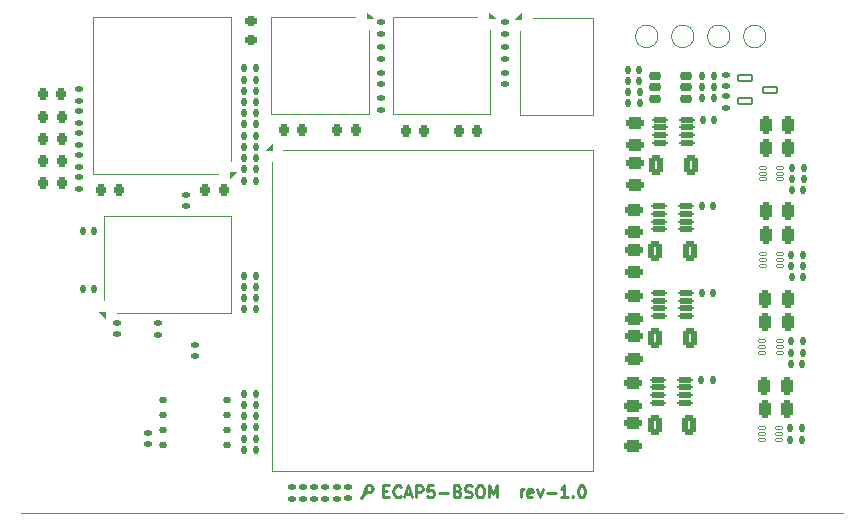
<source format=gto>
G04 #@! TF.GenerationSoftware,KiCad,Pcbnew,9.0.0*
G04 #@! TF.CreationDate,2025-10-22T11:33:07+02:00*
G04 #@! TF.ProjectId,ecap5-bsom-frame,65636170-352d-4627-936f-6d2d6672616d,rev?*
G04 #@! TF.SameCoordinates,Original*
G04 #@! TF.FileFunction,Legend,Top*
G04 #@! TF.FilePolarity,Positive*
%FSLAX46Y46*%
G04 Gerber Fmt 4.6, Leading zero omitted, Abs format (unit mm)*
G04 Created by KiCad (PCBNEW 9.0.0) date 2025-10-22 11:33:07*
%MOMM*%
%LPD*%
G01*
G04 APERTURE LIST*
G04 Aperture macros list*
%AMRoundRect*
0 Rectangle with rounded corners*
0 $1 Rounding radius*
0 $2 $3 $4 $5 $6 $7 $8 $9 X,Y pos of 4 corners*
0 Add a 4 corners polygon primitive as box body*
4,1,4,$2,$3,$4,$5,$6,$7,$8,$9,$2,$3,0*
0 Add four circle primitives for the rounded corners*
1,1,$1+$1,$2,$3*
1,1,$1+$1,$4,$5*
1,1,$1+$1,$6,$7*
1,1,$1+$1,$8,$9*
0 Add four rect primitives between the rounded corners*
20,1,$1+$1,$2,$3,$4,$5,0*
20,1,$1+$1,$4,$5,$6,$7,0*
20,1,$1+$1,$6,$7,$8,$9,0*
20,1,$1+$1,$8,$9,$2,$3,0*%
G04 Aperture macros list end*
%ADD10C,0.250000*%
%ADD11C,0.105000*%
%ADD12C,0.120000*%
%ADD13C,0.264088*%
%ADD14C,0.000000*%
%ADD15C,1.800000*%
%ADD16R,0.350000X2.250000*%
%ADD17C,0.600000*%
%ADD18RoundRect,0.150000X-0.400000X-0.150000X0.400000X-0.150000X0.400000X0.150000X-0.400000X0.150000X0*%
%ADD19RoundRect,0.135000X0.185000X-0.135000X0.185000X0.135000X-0.185000X0.135000X-0.185000X-0.135000X0*%
%ADD20RoundRect,0.140000X-0.140000X-0.170000X0.140000X-0.170000X0.140000X0.170000X-0.140000X0.170000X0*%
%ADD21C,1.500000*%
%ADD22RoundRect,0.140000X0.140000X0.170000X-0.140000X0.170000X-0.140000X-0.170000X0.140000X-0.170000X0*%
%ADD23RoundRect,0.140000X-0.170000X0.140000X-0.170000X-0.140000X0.170000X-0.140000X0.170000X0.140000X0*%
%ADD24RoundRect,0.250000X0.312500X0.625000X-0.312500X0.625000X-0.312500X-0.625000X0.312500X-0.625000X0*%
%ADD25RoundRect,0.250000X-0.250000X-0.475000X0.250000X-0.475000X0.250000X0.475000X-0.250000X0.475000X0*%
%ADD26C,2.600000*%
%ADD27C,3.800000*%
%ADD28RoundRect,0.125000X0.537500X0.125000X-0.537500X0.125000X-0.537500X-0.125000X0.537500X-0.125000X0*%
%ADD29RoundRect,0.250000X0.475000X-0.250000X0.475000X0.250000X-0.475000X0.250000X-0.475000X-0.250000X0*%
%ADD30RoundRect,0.218750X0.218750X0.256250X-0.218750X0.256250X-0.218750X-0.256250X0.218750X-0.256250X0*%
%ADD31C,2.000000*%
%ADD32RoundRect,0.135000X0.135000X0.185000X-0.135000X0.185000X-0.135000X-0.185000X0.135000X-0.185000X0*%
%ADD33RoundRect,0.250000X-0.475000X0.250000X-0.475000X-0.250000X0.475000X-0.250000X0.475000X0.250000X0*%
%ADD34C,1.448000*%
%ADD35RoundRect,0.140000X0.170000X-0.140000X0.170000X0.140000X-0.170000X0.140000X-0.170000X-0.140000X0*%
%ADD36R,0.980000X3.400000*%
%ADD37RoundRect,0.135000X-0.135000X-0.185000X0.135000X-0.185000X0.135000X0.185000X-0.135000X0.185000X0*%
%ADD38RoundRect,0.225000X0.225000X0.250000X-0.225000X0.250000X-0.225000X-0.250000X0.225000X-0.250000X0*%
%ADD39RoundRect,0.225000X-0.250000X0.225000X-0.250000X-0.225000X0.250000X-0.225000X0.250000X0.225000X0*%
%ADD40RoundRect,0.045000X-0.290000X-0.105000X0.290000X-0.105000X0.290000X0.105000X-0.290000X0.105000X0*%
%ADD41R,1.300000X1.000000*%
%ADD42R,0.700000X1.000000*%
%ADD43C,0.570000*%
%ADD44C,0.550000*%
%ADD45RoundRect,0.135000X-0.185000X0.135000X-0.185000X-0.135000X0.185000X-0.135000X0.185000X0.135000X0*%
%ADD46RoundRect,0.050000X-0.600000X-0.250000X0.600000X-0.250000X0.600000X0.250000X-0.600000X0.250000X0*%
%ADD47C,0.510000*%
%ADD48RoundRect,0.125000X0.250000X0.125000X-0.250000X0.125000X-0.250000X-0.125000X0.250000X-0.125000X0*%
%ADD49R,3.400000X4.300000*%
%ADD50RoundRect,0.225000X-0.225000X-0.250000X0.225000X-0.250000X0.225000X0.250000X-0.225000X0.250000X0*%
%ADD51C,0.390000*%
%ADD52RoundRect,0.218750X-0.218750X-0.256250X0.218750X-0.256250X0.218750X0.256250X-0.218750X0.256250X0*%
G04 APERTURE END LIST*
D10*
X144387568Y-72660809D02*
X144720901Y-72660809D01*
X144863758Y-73184619D02*
X144387568Y-73184619D01*
X144387568Y-73184619D02*
X144387568Y-72184619D01*
X144387568Y-72184619D02*
X144863758Y-72184619D01*
X145863758Y-73089380D02*
X145816139Y-73137000D01*
X145816139Y-73137000D02*
X145673282Y-73184619D01*
X145673282Y-73184619D02*
X145578044Y-73184619D01*
X145578044Y-73184619D02*
X145435187Y-73137000D01*
X145435187Y-73137000D02*
X145339949Y-73041761D01*
X145339949Y-73041761D02*
X145292330Y-72946523D01*
X145292330Y-72946523D02*
X145244711Y-72756047D01*
X145244711Y-72756047D02*
X145244711Y-72613190D01*
X145244711Y-72613190D02*
X145292330Y-72422714D01*
X145292330Y-72422714D02*
X145339949Y-72327476D01*
X145339949Y-72327476D02*
X145435187Y-72232238D01*
X145435187Y-72232238D02*
X145578044Y-72184619D01*
X145578044Y-72184619D02*
X145673282Y-72184619D01*
X145673282Y-72184619D02*
X145816139Y-72232238D01*
X145816139Y-72232238D02*
X145863758Y-72279857D01*
X146244711Y-72898904D02*
X146720901Y-72898904D01*
X146149473Y-73184619D02*
X146482806Y-72184619D01*
X146482806Y-72184619D02*
X146816139Y-73184619D01*
X147149473Y-73184619D02*
X147149473Y-72184619D01*
X147149473Y-72184619D02*
X147530425Y-72184619D01*
X147530425Y-72184619D02*
X147625663Y-72232238D01*
X147625663Y-72232238D02*
X147673282Y-72279857D01*
X147673282Y-72279857D02*
X147720901Y-72375095D01*
X147720901Y-72375095D02*
X147720901Y-72517952D01*
X147720901Y-72517952D02*
X147673282Y-72613190D01*
X147673282Y-72613190D02*
X147625663Y-72660809D01*
X147625663Y-72660809D02*
X147530425Y-72708428D01*
X147530425Y-72708428D02*
X147149473Y-72708428D01*
X148625663Y-72184619D02*
X148149473Y-72184619D01*
X148149473Y-72184619D02*
X148101854Y-72660809D01*
X148101854Y-72660809D02*
X148149473Y-72613190D01*
X148149473Y-72613190D02*
X148244711Y-72565571D01*
X148244711Y-72565571D02*
X148482806Y-72565571D01*
X148482806Y-72565571D02*
X148578044Y-72613190D01*
X148578044Y-72613190D02*
X148625663Y-72660809D01*
X148625663Y-72660809D02*
X148673282Y-72756047D01*
X148673282Y-72756047D02*
X148673282Y-72994142D01*
X148673282Y-72994142D02*
X148625663Y-73089380D01*
X148625663Y-73089380D02*
X148578044Y-73137000D01*
X148578044Y-73137000D02*
X148482806Y-73184619D01*
X148482806Y-73184619D02*
X148244711Y-73184619D01*
X148244711Y-73184619D02*
X148149473Y-73137000D01*
X148149473Y-73137000D02*
X148101854Y-73089380D01*
X149101854Y-72803666D02*
X149863759Y-72803666D01*
X150673282Y-72660809D02*
X150816139Y-72708428D01*
X150816139Y-72708428D02*
X150863758Y-72756047D01*
X150863758Y-72756047D02*
X150911377Y-72851285D01*
X150911377Y-72851285D02*
X150911377Y-72994142D01*
X150911377Y-72994142D02*
X150863758Y-73089380D01*
X150863758Y-73089380D02*
X150816139Y-73137000D01*
X150816139Y-73137000D02*
X150720901Y-73184619D01*
X150720901Y-73184619D02*
X150339949Y-73184619D01*
X150339949Y-73184619D02*
X150339949Y-72184619D01*
X150339949Y-72184619D02*
X150673282Y-72184619D01*
X150673282Y-72184619D02*
X150768520Y-72232238D01*
X150768520Y-72232238D02*
X150816139Y-72279857D01*
X150816139Y-72279857D02*
X150863758Y-72375095D01*
X150863758Y-72375095D02*
X150863758Y-72470333D01*
X150863758Y-72470333D02*
X150816139Y-72565571D01*
X150816139Y-72565571D02*
X150768520Y-72613190D01*
X150768520Y-72613190D02*
X150673282Y-72660809D01*
X150673282Y-72660809D02*
X150339949Y-72660809D01*
X151292330Y-73137000D02*
X151435187Y-73184619D01*
X151435187Y-73184619D02*
X151673282Y-73184619D01*
X151673282Y-73184619D02*
X151768520Y-73137000D01*
X151768520Y-73137000D02*
X151816139Y-73089380D01*
X151816139Y-73089380D02*
X151863758Y-72994142D01*
X151863758Y-72994142D02*
X151863758Y-72898904D01*
X151863758Y-72898904D02*
X151816139Y-72803666D01*
X151816139Y-72803666D02*
X151768520Y-72756047D01*
X151768520Y-72756047D02*
X151673282Y-72708428D01*
X151673282Y-72708428D02*
X151482806Y-72660809D01*
X151482806Y-72660809D02*
X151387568Y-72613190D01*
X151387568Y-72613190D02*
X151339949Y-72565571D01*
X151339949Y-72565571D02*
X151292330Y-72470333D01*
X151292330Y-72470333D02*
X151292330Y-72375095D01*
X151292330Y-72375095D02*
X151339949Y-72279857D01*
X151339949Y-72279857D02*
X151387568Y-72232238D01*
X151387568Y-72232238D02*
X151482806Y-72184619D01*
X151482806Y-72184619D02*
X151720901Y-72184619D01*
X151720901Y-72184619D02*
X151863758Y-72232238D01*
X152482806Y-72184619D02*
X152673282Y-72184619D01*
X152673282Y-72184619D02*
X152768520Y-72232238D01*
X152768520Y-72232238D02*
X152863758Y-72327476D01*
X152863758Y-72327476D02*
X152911377Y-72517952D01*
X152911377Y-72517952D02*
X152911377Y-72851285D01*
X152911377Y-72851285D02*
X152863758Y-73041761D01*
X152863758Y-73041761D02*
X152768520Y-73137000D01*
X152768520Y-73137000D02*
X152673282Y-73184619D01*
X152673282Y-73184619D02*
X152482806Y-73184619D01*
X152482806Y-73184619D02*
X152387568Y-73137000D01*
X152387568Y-73137000D02*
X152292330Y-73041761D01*
X152292330Y-73041761D02*
X152244711Y-72851285D01*
X152244711Y-72851285D02*
X152244711Y-72517952D01*
X152244711Y-72517952D02*
X152292330Y-72327476D01*
X152292330Y-72327476D02*
X152387568Y-72232238D01*
X152387568Y-72232238D02*
X152482806Y-72184619D01*
X153339949Y-73184619D02*
X153339949Y-72184619D01*
X153339949Y-72184619D02*
X153673282Y-72898904D01*
X153673282Y-72898904D02*
X154006615Y-72184619D01*
X154006615Y-72184619D02*
X154006615Y-73184619D01*
X156006616Y-73184619D02*
X156006616Y-72517952D01*
X156006616Y-72708428D02*
X156054235Y-72613190D01*
X156054235Y-72613190D02*
X156101854Y-72565571D01*
X156101854Y-72565571D02*
X156197092Y-72517952D01*
X156197092Y-72517952D02*
X156292330Y-72517952D01*
X157006616Y-73137000D02*
X156911378Y-73184619D01*
X156911378Y-73184619D02*
X156720902Y-73184619D01*
X156720902Y-73184619D02*
X156625664Y-73137000D01*
X156625664Y-73137000D02*
X156578045Y-73041761D01*
X156578045Y-73041761D02*
X156578045Y-72660809D01*
X156578045Y-72660809D02*
X156625664Y-72565571D01*
X156625664Y-72565571D02*
X156720902Y-72517952D01*
X156720902Y-72517952D02*
X156911378Y-72517952D01*
X156911378Y-72517952D02*
X157006616Y-72565571D01*
X157006616Y-72565571D02*
X157054235Y-72660809D01*
X157054235Y-72660809D02*
X157054235Y-72756047D01*
X157054235Y-72756047D02*
X156578045Y-72851285D01*
X157387569Y-72517952D02*
X157625664Y-73184619D01*
X157625664Y-73184619D02*
X157863759Y-72517952D01*
X158244712Y-72803666D02*
X159006617Y-72803666D01*
X160006616Y-73184619D02*
X159435188Y-73184619D01*
X159720902Y-73184619D02*
X159720902Y-72184619D01*
X159720902Y-72184619D02*
X159625664Y-72327476D01*
X159625664Y-72327476D02*
X159530426Y-72422714D01*
X159530426Y-72422714D02*
X159435188Y-72470333D01*
X160435188Y-73089380D02*
X160482807Y-73137000D01*
X160482807Y-73137000D02*
X160435188Y-73184619D01*
X160435188Y-73184619D02*
X160387569Y-73137000D01*
X160387569Y-73137000D02*
X160435188Y-73089380D01*
X160435188Y-73089380D02*
X160435188Y-73184619D01*
X161101854Y-72184619D02*
X161197092Y-72184619D01*
X161197092Y-72184619D02*
X161292330Y-72232238D01*
X161292330Y-72232238D02*
X161339949Y-72279857D01*
X161339949Y-72279857D02*
X161387568Y-72375095D01*
X161387568Y-72375095D02*
X161435187Y-72565571D01*
X161435187Y-72565571D02*
X161435187Y-72803666D01*
X161435187Y-72803666D02*
X161387568Y-72994142D01*
X161387568Y-72994142D02*
X161339949Y-73089380D01*
X161339949Y-73089380D02*
X161292330Y-73137000D01*
X161292330Y-73137000D02*
X161197092Y-73184619D01*
X161197092Y-73184619D02*
X161101854Y-73184619D01*
X161101854Y-73184619D02*
X161006616Y-73137000D01*
X161006616Y-73137000D02*
X160958997Y-73089380D01*
X160958997Y-73089380D02*
X160911378Y-72994142D01*
X160911378Y-72994142D02*
X160863759Y-72803666D01*
X160863759Y-72803666D02*
X160863759Y-72565571D01*
X160863759Y-72565571D02*
X160911378Y-72375095D01*
X160911378Y-72375095D02*
X160958997Y-72279857D01*
X160958997Y-72279857D02*
X161006616Y-72232238D01*
X161006616Y-72232238D02*
X161101854Y-72184619D01*
D11*
X113725000Y-74500000D02*
X183275000Y-74500000D01*
D12*
X170681667Y-34160000D02*
G75*
G02*
X168781667Y-34160000I-950000J0D01*
G01*
X168781667Y-34160000D02*
G75*
G02*
X170681667Y-34160000I950000J0D01*
G01*
D13*
X143214180Y-72490820D02*
X142454554Y-73250446D01*
D14*
G36*
X143214180Y-72924044D02*
G01*
X142617013Y-73087987D01*
X142780956Y-72490820D01*
X143214180Y-72924044D01*
G37*
G36*
X143231532Y-72057828D02*
G01*
X143252739Y-72059197D01*
X143273749Y-72061598D01*
X143294531Y-72065011D01*
X143315051Y-72069418D01*
X143335274Y-72074798D01*
X143355169Y-72081134D01*
X143374702Y-72088404D01*
X143393839Y-72096591D01*
X143412546Y-72105675D01*
X143430792Y-72115637D01*
X143448542Y-72126458D01*
X143465763Y-72138117D01*
X143482421Y-72150597D01*
X143498484Y-72163877D01*
X143513918Y-72177939D01*
X143528690Y-72192763D01*
X143542766Y-72208330D01*
X143556112Y-72224621D01*
X143568697Y-72241616D01*
X143580486Y-72259297D01*
X143591446Y-72277643D01*
X143601543Y-72296637D01*
X143610745Y-72316258D01*
X143619017Y-72336487D01*
X143626327Y-72357305D01*
X143632642Y-72378694D01*
X143637868Y-72400374D01*
X143641946Y-72422058D01*
X143644896Y-72443713D01*
X143646738Y-72465306D01*
X143647490Y-72486804D01*
X143647172Y-72508172D01*
X143645803Y-72529379D01*
X143643402Y-72550389D01*
X143639989Y-72571171D01*
X143635582Y-72591691D01*
X143630202Y-72611914D01*
X143623866Y-72631809D01*
X143616596Y-72651342D01*
X143608409Y-72670479D01*
X143599325Y-72689187D01*
X143589363Y-72707432D01*
X143578543Y-72725182D01*
X143566883Y-72742403D01*
X143554404Y-72759061D01*
X143541123Y-72775124D01*
X143527061Y-72790558D01*
X143512237Y-72805330D01*
X143496670Y-72819406D01*
X143480379Y-72832753D01*
X143463384Y-72845337D01*
X143445703Y-72857126D01*
X143427357Y-72868086D01*
X143408363Y-72878183D01*
X143388742Y-72887385D01*
X143368513Y-72895657D01*
X143347695Y-72902968D01*
X143326306Y-72909282D01*
X143304627Y-72914508D01*
X143282942Y-72918586D01*
X143261287Y-72921536D01*
X143239694Y-72923378D01*
X143218196Y-72924130D01*
X143196828Y-72923812D01*
X143175621Y-72922443D01*
X143154611Y-72920042D01*
X143133829Y-72916629D01*
X143113310Y-72912222D01*
X143093086Y-72906842D01*
X143073191Y-72900506D01*
X143053658Y-72893236D01*
X143034522Y-72885049D01*
X143015814Y-72875965D01*
X142997568Y-72866003D01*
X142979818Y-72855183D01*
X142962597Y-72843523D01*
X142945939Y-72831044D01*
X142929876Y-72817763D01*
X142914442Y-72803701D01*
X142899670Y-72788877D01*
X142885594Y-72773310D01*
X142872248Y-72757019D01*
X142859663Y-72740024D01*
X142847874Y-72722343D01*
X142836915Y-72703997D01*
X142826817Y-72685003D01*
X142817615Y-72665382D01*
X142809343Y-72645153D01*
X142802033Y-72624335D01*
X142795718Y-72602946D01*
X142790493Y-72581267D01*
X142786414Y-72559582D01*
X142783464Y-72537927D01*
X142781622Y-72516334D01*
X142780870Y-72494836D01*
X142781188Y-72473468D01*
X142782557Y-72452261D01*
X142784958Y-72431251D01*
X142788371Y-72410469D01*
X142792778Y-72389950D01*
X142798158Y-72369726D01*
X142804494Y-72349831D01*
X142811764Y-72330298D01*
X142819951Y-72311162D01*
X142829035Y-72292454D01*
X142838997Y-72274208D01*
X142849818Y-72256458D01*
X142861477Y-72239237D01*
X142873957Y-72222579D01*
X142887237Y-72206516D01*
X142901299Y-72191082D01*
X142916123Y-72176310D01*
X142931690Y-72162234D01*
X142947981Y-72148888D01*
X142964976Y-72136303D01*
X142982657Y-72124514D01*
X143001003Y-72113555D01*
X143019997Y-72103457D01*
X143039618Y-72094255D01*
X143059847Y-72085983D01*
X143080665Y-72078673D01*
X143102054Y-72072358D01*
X143123734Y-72067133D01*
X143145418Y-72063054D01*
X143167073Y-72060104D01*
X143188666Y-72058262D01*
X143210164Y-72057510D01*
X143231532Y-72057828D01*
G37*
D12*
X176775000Y-34170000D02*
G75*
G02*
X174875000Y-34170000I-950000J0D01*
G01*
X174875000Y-34170000D02*
G75*
G02*
X176775000Y-34170000I950000J0D01*
G01*
X167635000Y-34160000D02*
G75*
G02*
X165735000Y-34160000I-950000J0D01*
G01*
X165735000Y-34160000D02*
G75*
G02*
X167635000Y-34160000I950000J0D01*
G01*
X173728333Y-34160000D02*
G75*
G02*
X171828333Y-34160000I-950000J0D01*
G01*
X171828333Y-34160000D02*
G75*
G02*
X173728333Y-34160000I950000J0D01*
G01*
X120715000Y-49351800D02*
X131455000Y-49351800D01*
X120715000Y-55591800D02*
X120715000Y-49351800D01*
X120715000Y-55591800D02*
X120715000Y-56471800D01*
X121835000Y-57591800D02*
X123340000Y-57591800D01*
X131455000Y-57591800D02*
X123340000Y-57591800D01*
X131455000Y-57591800D02*
X131455000Y-49351800D01*
X120835000Y-57971800D02*
X120335000Y-57471800D01*
X120835000Y-57471800D01*
X120835000Y-57971800D01*
G36*
X120835000Y-57971800D02*
G01*
X120335000Y-57471800D01*
X120835000Y-57471800D01*
X120835000Y-57971800D01*
G37*
X134925000Y-70981800D02*
X134925000Y-44761800D01*
X135925000Y-43761800D02*
X162145000Y-43761800D01*
X162145000Y-43761800D02*
X162145000Y-70981800D01*
X162145000Y-70981800D02*
X134925000Y-70981800D01*
X134925000Y-43761800D02*
X134425000Y-43761800D01*
X134925000Y-43261800D01*
X134925000Y-43761800D01*
G36*
X134925000Y-43761800D02*
G01*
X134425000Y-43761800D01*
X134925000Y-43261800D01*
X134925000Y-43761800D01*
G37*
X155940000Y-40804300D02*
X155940000Y-33684300D01*
X155940000Y-40804300D02*
X162180000Y-40804300D01*
X157060000Y-32564300D02*
X162180000Y-32564300D01*
X162180000Y-32564300D02*
X162180000Y-40804300D01*
X156060000Y-32684300D02*
X155560000Y-32684300D01*
X156060000Y-32184300D01*
X156060000Y-32684300D01*
G36*
X156060000Y-32684300D02*
G01*
X155560000Y-32684300D01*
X156060000Y-32184300D01*
X156060000Y-32684300D01*
G37*
X134895000Y-32525000D02*
X134895000Y-40765000D01*
X134895000Y-32525000D02*
X141135000Y-32525000D01*
X142015000Y-32525000D02*
X141135000Y-32525000D01*
X143135000Y-34525000D02*
X143135000Y-33645000D01*
X143135000Y-34525000D02*
X143135000Y-40765000D01*
X143135000Y-40765000D02*
X134895000Y-40765000D01*
X143515000Y-32645000D02*
X143015000Y-32645000D01*
X143015000Y-32145000D01*
X143515000Y-32645000D01*
G36*
X143515000Y-32645000D02*
G01*
X143015000Y-32645000D01*
X143015000Y-32145000D01*
X143515000Y-32645000D01*
G37*
X145195000Y-32525000D02*
X145195000Y-40765000D01*
X145195000Y-32525000D02*
X151435000Y-32525000D01*
X152315000Y-32525000D02*
X151435000Y-32525000D01*
X153435000Y-34525000D02*
X153435000Y-33645000D01*
X153435000Y-34525000D02*
X153435000Y-40765000D01*
X153435000Y-40765000D02*
X145195000Y-40765000D01*
X153815000Y-32645000D02*
X153315000Y-32645000D01*
X153315000Y-32145000D01*
X153815000Y-32645000D01*
G36*
X153815000Y-32645000D02*
G01*
X153315000Y-32645000D01*
X153315000Y-32145000D01*
X153815000Y-32645000D01*
G37*
X119765000Y-45790000D02*
X119765000Y-32550000D01*
X128630000Y-45790000D02*
X119765000Y-45790000D01*
X128630000Y-45790000D02*
X130385000Y-45790000D01*
X131505000Y-32550000D02*
X119765000Y-32550000D01*
X131505000Y-32550000D02*
X131505000Y-42540000D01*
X131505000Y-44670000D02*
X131505000Y-42540000D01*
X131385000Y-46170000D02*
X131385000Y-45670000D01*
X131885000Y-45670000D01*
X131385000Y-46170000D01*
G36*
X131385000Y-46170000D02*
G01*
X131385000Y-45670000D01*
X131885000Y-45670000D01*
X131385000Y-46170000D01*
G37*
%LPC*%
G36*
X113700000Y-75950000D02*
G01*
X183300000Y-75950000D01*
X183300000Y-78500000D01*
X113700000Y-78500000D01*
X113700000Y-75950000D01*
G37*
D14*
G36*
X143223049Y-72324869D02*
G01*
X143231503Y-72325511D01*
X143239834Y-72326570D01*
X143248032Y-72328034D01*
X143256086Y-72329893D01*
X143263986Y-72332136D01*
X143271721Y-72334753D01*
X143279280Y-72337734D01*
X143286654Y-72341068D01*
X143293832Y-72344744D01*
X143300803Y-72348752D01*
X143307557Y-72353082D01*
X143314084Y-72357724D01*
X143320373Y-72362666D01*
X143326413Y-72367898D01*
X143332194Y-72373410D01*
X143337706Y-72379191D01*
X143342939Y-72385232D01*
X143347881Y-72391520D01*
X143352522Y-72398047D01*
X143356852Y-72404801D01*
X143360860Y-72411773D01*
X143364536Y-72418950D01*
X143367870Y-72426325D01*
X143370851Y-72433884D01*
X143373468Y-72441619D01*
X143375711Y-72449519D01*
X143377570Y-72457573D01*
X143379034Y-72465771D01*
X143380093Y-72474102D01*
X143380736Y-72482556D01*
X143380952Y-72491123D01*
X143380736Y-72499689D01*
X143380093Y-72508143D01*
X143379034Y-72516474D01*
X143377570Y-72524672D01*
X143375711Y-72532726D01*
X143373468Y-72540626D01*
X143370851Y-72548361D01*
X143367870Y-72555920D01*
X143364536Y-72563294D01*
X143360860Y-72570472D01*
X143356852Y-72577443D01*
X143352522Y-72584197D01*
X143347881Y-72590724D01*
X143342939Y-72597013D01*
X143337706Y-72603053D01*
X143332194Y-72608834D01*
X143326413Y-72614346D01*
X143320373Y-72619579D01*
X143314084Y-72624521D01*
X143307557Y-72629162D01*
X143300803Y-72633492D01*
X143293832Y-72637500D01*
X143286654Y-72641176D01*
X143279280Y-72644510D01*
X143271721Y-72647491D01*
X143263986Y-72650108D01*
X143256086Y-72652351D01*
X143248032Y-72654210D01*
X143239834Y-72655674D01*
X143231503Y-72656733D01*
X143223049Y-72657376D01*
X143214483Y-72657592D01*
X143205916Y-72657376D01*
X143197462Y-72656733D01*
X143189131Y-72655674D01*
X143180933Y-72654210D01*
X143172879Y-72652351D01*
X143164979Y-72650108D01*
X143157244Y-72647491D01*
X143149685Y-72644510D01*
X143142310Y-72641176D01*
X143135133Y-72637500D01*
X143128161Y-72633492D01*
X143121407Y-72629162D01*
X143114880Y-72624521D01*
X143108592Y-72619579D01*
X143102551Y-72614346D01*
X143096770Y-72608834D01*
X143091258Y-72603053D01*
X143086026Y-72597013D01*
X143081084Y-72590724D01*
X143076442Y-72584197D01*
X143072112Y-72577443D01*
X143068104Y-72570472D01*
X143064428Y-72563294D01*
X143061094Y-72555920D01*
X143058113Y-72548361D01*
X143055496Y-72540626D01*
X143053253Y-72532726D01*
X143051394Y-72524672D01*
X143049930Y-72516474D01*
X143048871Y-72508143D01*
X143048228Y-72499689D01*
X143048012Y-72491123D01*
X143048229Y-72482556D01*
X143048871Y-72474102D01*
X143049930Y-72465771D01*
X143051394Y-72457573D01*
X143053253Y-72449519D01*
X143055496Y-72441619D01*
X143058113Y-72433884D01*
X143061094Y-72426325D01*
X143064428Y-72418950D01*
X143068104Y-72411773D01*
X143072112Y-72404801D01*
X143076442Y-72398047D01*
X143081084Y-72391520D01*
X143086026Y-72385232D01*
X143091258Y-72379191D01*
X143096770Y-72373410D01*
X143102551Y-72367898D01*
X143108592Y-72362666D01*
X143114880Y-72357724D01*
X143121407Y-72353082D01*
X143128161Y-72348752D01*
X143135133Y-72344744D01*
X143142310Y-72341068D01*
X143149685Y-72337734D01*
X143157244Y-72334753D01*
X143164979Y-72332136D01*
X143172879Y-72329893D01*
X143180933Y-72328034D01*
X143189131Y-72326570D01*
X143197462Y-72325511D01*
X143205916Y-72324869D01*
X143214483Y-72324652D01*
X143223049Y-72324869D01*
G37*
D15*
X115700000Y-72500000D03*
X181300000Y-72500000D03*
D16*
X115125000Y-77075000D03*
X115625000Y-77075000D03*
X116125000Y-77075000D03*
X116625000Y-77075000D03*
X117125000Y-77075000D03*
X117625000Y-77075000D03*
X118125000Y-77075000D03*
X118625000Y-77075000D03*
X119125000Y-77075000D03*
X119625000Y-77075000D03*
X120125000Y-77075000D03*
X120625000Y-77075000D03*
X121125000Y-77075000D03*
X121625000Y-77075000D03*
X122125000Y-77075000D03*
X122625000Y-77075000D03*
X123125000Y-77075000D03*
X123625000Y-77075000D03*
X124125000Y-77075000D03*
X124625000Y-77075000D03*
X125125000Y-77075000D03*
X125625000Y-77075000D03*
X126125000Y-77075000D03*
X126625000Y-77075000D03*
X127125000Y-77075000D03*
X127625000Y-77075000D03*
X128125000Y-77075000D03*
X128625000Y-77075000D03*
X129125000Y-77075000D03*
X129625000Y-77075000D03*
X130125000Y-77075000D03*
X130625000Y-77075000D03*
X131125000Y-77075000D03*
X131625000Y-77075000D03*
X132125000Y-77075000D03*
X132625000Y-77075000D03*
X133125000Y-77075000D03*
X133625000Y-77075000D03*
X134125000Y-77075000D03*
X134625000Y-77075000D03*
X135125000Y-77075000D03*
X135625000Y-77075000D03*
X136125000Y-77075000D03*
X136625000Y-77075000D03*
X137125000Y-77075000D03*
X137625000Y-77075000D03*
X138125000Y-77075000D03*
X138625000Y-77075000D03*
X139125000Y-77075000D03*
X139625000Y-77075000D03*
X140125000Y-77075000D03*
X140625000Y-77075000D03*
X141125000Y-77075000D03*
X141625000Y-77075000D03*
X142125000Y-77075000D03*
X142625000Y-77075000D03*
X143125000Y-77075000D03*
X143625000Y-77075000D03*
X144125000Y-77075000D03*
X144625000Y-77075000D03*
X145125000Y-77075000D03*
X145625000Y-77075000D03*
X146125000Y-77075000D03*
X146625000Y-77075000D03*
X147125000Y-77075000D03*
X147625000Y-77075000D03*
X148125000Y-77075000D03*
X148625000Y-77075000D03*
X149125000Y-77075000D03*
X149625000Y-77075000D03*
X150125000Y-77075000D03*
X150625000Y-77075000D03*
X153125000Y-77075000D03*
X153625000Y-77075000D03*
X154125000Y-77075000D03*
X154625000Y-77075000D03*
X155125000Y-77075000D03*
X155625000Y-77075000D03*
X156125000Y-77075000D03*
X156625000Y-77075000D03*
X157125000Y-77075000D03*
X157625000Y-77075000D03*
X158125000Y-77075000D03*
X158625000Y-77075000D03*
X159125000Y-77075000D03*
X159625000Y-77075000D03*
X160125000Y-77075000D03*
X160625000Y-77075000D03*
X161125000Y-77075000D03*
X161625000Y-77075000D03*
X162125000Y-77075000D03*
X162625000Y-77075000D03*
X163125000Y-77075000D03*
X163625000Y-77075000D03*
X164125000Y-77075000D03*
X164625000Y-77075000D03*
X165125000Y-77075000D03*
X165625000Y-77075000D03*
X166125000Y-77075000D03*
X166625000Y-77075000D03*
X167125000Y-77075000D03*
X167625000Y-77075000D03*
X168125000Y-77075000D03*
X168625000Y-77075000D03*
X169125000Y-77075000D03*
X169625000Y-77075000D03*
X170125000Y-77075000D03*
X170625000Y-77075000D03*
X171125000Y-77075000D03*
X171625000Y-77075000D03*
X172125000Y-77075000D03*
X172625000Y-77075000D03*
X173125000Y-77075000D03*
X173625000Y-77075000D03*
X174125000Y-77075000D03*
X174625000Y-77075000D03*
X175125000Y-77075000D03*
X175625000Y-77075000D03*
X176125000Y-77075000D03*
X176625000Y-77075000D03*
X177125000Y-77075000D03*
X177625000Y-77075000D03*
X178125000Y-77075000D03*
X178625000Y-77075000D03*
X179125000Y-77075000D03*
X179625000Y-77075000D03*
X180125000Y-77075000D03*
X180625000Y-77075000D03*
X181125000Y-77075000D03*
X181625000Y-77075000D03*
D17*
X188300000Y-78500000D03*
X149122550Y-31100000D03*
D18*
X167410000Y-37520000D03*
X167410000Y-38470000D03*
X167410000Y-39420000D03*
X170010000Y-39420000D03*
X170010000Y-38470000D03*
X170010000Y-37520000D03*
D17*
X113700000Y-82611111D03*
D19*
X118655000Y-43350000D03*
X118655000Y-42330000D03*
D17*
X113700000Y-24222223D03*
X113700000Y-90000000D03*
D20*
X171350000Y-55895000D03*
X172310000Y-55895000D03*
D17*
X113300000Y-51180000D03*
D21*
X169731667Y-34160000D03*
D17*
X113700000Y-87888888D03*
D22*
X119895000Y-55570000D03*
X118935000Y-55570000D03*
D17*
X108700000Y-78500000D03*
D23*
X125310000Y-58445000D03*
X125310000Y-59405000D03*
D17*
X162583775Y-31100000D03*
D24*
X170347500Y-52345000D03*
X167422500Y-52345000D03*
D17*
X107700000Y-78500000D03*
D25*
X176655000Y-63725000D03*
X178555000Y-63725000D03*
D26*
X180300000Y-35489800D03*
D27*
X180300000Y-35489800D03*
D28*
X170072500Y-43170000D03*
X170072500Y-42520000D03*
X170072500Y-41870000D03*
X170072500Y-41220000D03*
X167797500Y-41220000D03*
X167797500Y-41870000D03*
X167797500Y-42520000D03*
X167797500Y-43170000D03*
D17*
X183300000Y-84722222D03*
X148122550Y-31100000D03*
D20*
X178950000Y-54525000D03*
X179910000Y-54525000D03*
D26*
X116700000Y-35489800D03*
D27*
X116700000Y-35489800D03*
D29*
X165660000Y-43370000D03*
X165660000Y-41470000D03*
D20*
X178880000Y-61865000D03*
X179840000Y-61865000D03*
D30*
X117115000Y-39054400D03*
X115540000Y-39054400D03*
D17*
X147122550Y-31100000D03*
X183300000Y-83666666D03*
D31*
X111700000Y-23850000D03*
D21*
X175825000Y-34170000D03*
D17*
X190300000Y-31500000D03*
X183700000Y-62840000D03*
X116200099Y-31100000D03*
D21*
X166685000Y-34160000D03*
D22*
X133590000Y-54451000D03*
X132630000Y-54451000D03*
D32*
X133595000Y-39720000D03*
X132575000Y-39720000D03*
D17*
X113300000Y-34990000D03*
D32*
X133610000Y-44470000D03*
X132590000Y-44470000D03*
D33*
X165580000Y-59570000D03*
X165580000Y-61470000D03*
D17*
X113700000Y-23166667D03*
X183700000Y-61840000D03*
X183300000Y-85777777D03*
D34*
X187800000Y-22500000D03*
D35*
X144160000Y-33930000D03*
X144160000Y-32970000D03*
D25*
X176785000Y-43645000D03*
X178685000Y-43645000D03*
D36*
X174770000Y-51445000D03*
X172400000Y-51445000D03*
D23*
X144160000Y-39395000D03*
X144160000Y-40355000D03*
D17*
X110700000Y-31500000D03*
D37*
X178970000Y-45270000D03*
X179990000Y-45270000D03*
D17*
X183700000Y-72240000D03*
X113300000Y-63840000D03*
X113300000Y-52180000D03*
D29*
X165542500Y-65425000D03*
X165542500Y-63525000D03*
D19*
X137585000Y-73305000D03*
X137585000Y-72285000D03*
D20*
X165105000Y-36995000D03*
X166065000Y-36995000D03*
D17*
X183300000Y-81555555D03*
X183300000Y-27388889D03*
X109700000Y-78500000D03*
D28*
X169992500Y-57845000D03*
X169992500Y-57195000D03*
X169992500Y-56545000D03*
X169992500Y-55895000D03*
X167717500Y-55895000D03*
X167717500Y-56545000D03*
X167717500Y-57195000D03*
X167717500Y-57845000D03*
D38*
X142040000Y-42095000D03*
X140490000Y-42095000D03*
D17*
X150122550Y-31100000D03*
X189300000Y-31500000D03*
D22*
X119885000Y-50620000D03*
X118925000Y-50620000D03*
D19*
X118655000Y-39630000D03*
X118655000Y-38610000D03*
D17*
X113300000Y-49180000D03*
D32*
X133595000Y-36870000D03*
X132575000Y-36870000D03*
D20*
X171305000Y-63220000D03*
X172265000Y-63220000D03*
D17*
X113700000Y-21055556D03*
D31*
X111700000Y-86150000D03*
D17*
X113700000Y-28444445D03*
X190300000Y-78500000D03*
D35*
X127685000Y-48545000D03*
X127685000Y-47585000D03*
D23*
X121835000Y-58410000D03*
X121835000Y-59370000D03*
D17*
X111700000Y-31500000D03*
D39*
X133160000Y-32895000D03*
X133160000Y-34445000D03*
D20*
X171430000Y-41220000D03*
X172390000Y-41220000D03*
D17*
X187300000Y-31500000D03*
D35*
X124435000Y-68700000D03*
X124435000Y-67740000D03*
D36*
X174735000Y-58815000D03*
X172365000Y-58815000D03*
D21*
X172778333Y-34160000D03*
D25*
X176760000Y-48970000D03*
X178660000Y-48970000D03*
D23*
X141360000Y-72310000D03*
X141360000Y-73270000D03*
D17*
X110700000Y-78500000D03*
D32*
X133615000Y-45420000D03*
X132595000Y-45420000D03*
D29*
X165610000Y-50720000D03*
X165610000Y-48820000D03*
D32*
X133595000Y-40670000D03*
X132575000Y-40670000D03*
D19*
X139485000Y-73305000D03*
X139485000Y-72285000D03*
D24*
X170280000Y-67025000D03*
X167355000Y-67025000D03*
D36*
X174795000Y-44095000D03*
X172425000Y-44095000D03*
D37*
X178840000Y-67350000D03*
X179860000Y-67350000D03*
D17*
X183300000Y-82611111D03*
D19*
X118655000Y-41490000D03*
X118655000Y-40470000D03*
D38*
X152340000Y-42145000D03*
X150790000Y-42145000D03*
D17*
X134661324Y-31100000D03*
D19*
X118655000Y-45210000D03*
X118655000Y-44190000D03*
D17*
X183300000Y-26333334D03*
D40*
X176430000Y-67335000D03*
X176430000Y-67835000D03*
X176430000Y-68335000D03*
X177910000Y-68335000D03*
X177910000Y-67835000D03*
X177910000Y-67335000D03*
D41*
X130230000Y-60915000D03*
D42*
X131530000Y-60915000D03*
D41*
X132830000Y-60915000D03*
X132830000Y-59015000D03*
D42*
X131530000Y-59015000D03*
D41*
X130230000Y-59015000D03*
D19*
X140435000Y-73315000D03*
X140435000Y-72295000D03*
D17*
X131661324Y-31100000D03*
D32*
X133620000Y-57245000D03*
X132600000Y-57245000D03*
D31*
X185300000Y-23850000D03*
D17*
X189300000Y-78500000D03*
X109700000Y-31500000D03*
X183300000Y-80500000D03*
D32*
X172395000Y-39410000D03*
X171375000Y-39410000D03*
D38*
X122035000Y-47145000D03*
X120485000Y-47145000D03*
D17*
X113300000Y-36990000D03*
D37*
X132600000Y-65370000D03*
X133620000Y-65370000D03*
D17*
X186300000Y-31500000D03*
D19*
X118660000Y-47070000D03*
X118660000Y-46050000D03*
D17*
X185300000Y-78500000D03*
X186300000Y-78500000D03*
D33*
X165542500Y-66925000D03*
X165542500Y-68825000D03*
D23*
X144160000Y-35101667D03*
X144160000Y-36061667D03*
D17*
X113700000Y-86833333D03*
X113700000Y-80500000D03*
D30*
X117140000Y-42840000D03*
X115565000Y-42840000D03*
D25*
X176710000Y-56380000D03*
X178610000Y-56380000D03*
D20*
X179000000Y-47170000D03*
X179960000Y-47170000D03*
D17*
X117200099Y-31100000D03*
D37*
X132600000Y-56305200D03*
X133620000Y-56305200D03*
D25*
X176710000Y-58340000D03*
X178610000Y-58340000D03*
D43*
X122085000Y-56671800D03*
X122085000Y-55871800D03*
X122085000Y-55071800D03*
X122085000Y-51871800D03*
X122085000Y-51071800D03*
X122085000Y-50271800D03*
X122885000Y-56671800D03*
X122885000Y-55871800D03*
X122885000Y-55071800D03*
X122885000Y-51871800D03*
X122885000Y-51071800D03*
X122885000Y-50271800D03*
X123685000Y-56671800D03*
X123685000Y-55871800D03*
X123685000Y-55071800D03*
X123685000Y-51871800D03*
X123685000Y-51071800D03*
X123685000Y-50271800D03*
X124485000Y-56671800D03*
X124485000Y-55871800D03*
X124485000Y-55071800D03*
X124485000Y-51871800D03*
X124485000Y-51071800D03*
X124485000Y-50271800D03*
X125285000Y-56671800D03*
X125285000Y-55871800D03*
X125285000Y-55071800D03*
X125285000Y-51871800D03*
X125285000Y-51071800D03*
X125285000Y-50271800D03*
X126085000Y-55871800D03*
X126085000Y-55071800D03*
X126085000Y-51871800D03*
X126085000Y-51071800D03*
X126085000Y-50271800D03*
X126885000Y-56671800D03*
X126885000Y-55871800D03*
X126885000Y-55071800D03*
X126885000Y-51871800D03*
X126885000Y-51071800D03*
X127685000Y-55871800D03*
X127685000Y-55071800D03*
X127685000Y-51871800D03*
X127685000Y-51071800D03*
X127685000Y-50271800D03*
X128485000Y-56671800D03*
X128485000Y-55871800D03*
X128485000Y-55071800D03*
X128485000Y-51871800D03*
X128485000Y-51071800D03*
X129285000Y-55871800D03*
X129285000Y-55071800D03*
X129285000Y-51871800D03*
X129285000Y-51071800D03*
X129285000Y-50271800D03*
X130085000Y-56671800D03*
X130085000Y-55871800D03*
X130085000Y-55071800D03*
X130085000Y-51871800D03*
X130085000Y-51071800D03*
D17*
X183300000Y-87888888D03*
D32*
X133620000Y-46370000D03*
X132600000Y-46370000D03*
D44*
X136935000Y-44971800D03*
X137735000Y-44971800D03*
X138535000Y-44971800D03*
X139335000Y-44971800D03*
X140935000Y-44971800D03*
X141735000Y-44971800D03*
X142535000Y-44971800D03*
X143335000Y-44971800D03*
X144135000Y-44971800D03*
X145735000Y-44971800D03*
X146535000Y-44971800D03*
X147335000Y-44971800D03*
X148135000Y-44971800D03*
X148935000Y-44971800D03*
X149735000Y-44971800D03*
X150535000Y-44971800D03*
X151335000Y-44971800D03*
X152935000Y-44971800D03*
X153735000Y-44971800D03*
X154535000Y-44971800D03*
X155335000Y-44971800D03*
X156135000Y-44971800D03*
X157735000Y-44971800D03*
X158535000Y-44971800D03*
X159335000Y-44971800D03*
X160135000Y-44971800D03*
X143335000Y-60971800D03*
X144135000Y-60971800D03*
X144935000Y-60971800D03*
X145735000Y-60971800D03*
X146535000Y-60971800D03*
X147335000Y-60971800D03*
X148135000Y-60971800D03*
X148935000Y-60971800D03*
X149735000Y-60971800D03*
X150535000Y-60971800D03*
X151335000Y-60971800D03*
X152135000Y-60971800D03*
X152935000Y-60971800D03*
X153735000Y-60971800D03*
X136135000Y-61771800D03*
X136935000Y-61771800D03*
X137735000Y-61771800D03*
X138535000Y-61771800D03*
X139335000Y-61771800D03*
X140135000Y-61771800D03*
X140935000Y-61771800D03*
X143335000Y-61771800D03*
X144135000Y-61771800D03*
X144935000Y-61771800D03*
X145735000Y-61771800D03*
X146535000Y-61771800D03*
X147335000Y-61771800D03*
X148135000Y-61771800D03*
X148935000Y-61771800D03*
X149735000Y-61771800D03*
X150535000Y-61771800D03*
X151335000Y-61771800D03*
X152135000Y-61771800D03*
X152935000Y-61771800D03*
X153735000Y-61771800D03*
X156135000Y-61771800D03*
X156935000Y-61771800D03*
X157735000Y-61771800D03*
X158535000Y-61771800D03*
X159335000Y-61771800D03*
X160135000Y-61771800D03*
X160935000Y-61771800D03*
X136135000Y-62571800D03*
X136935000Y-62571800D03*
X137735000Y-62571800D03*
X138535000Y-62571800D03*
X139335000Y-62571800D03*
X140135000Y-62571800D03*
X140935000Y-62571800D03*
X143335000Y-62571800D03*
X144135000Y-62571800D03*
X144935000Y-62571800D03*
X145735000Y-62571800D03*
X146535000Y-62571800D03*
X147335000Y-62571800D03*
X148135000Y-62571800D03*
X148935000Y-62571800D03*
X149735000Y-62571800D03*
X150535000Y-62571800D03*
X151335000Y-62571800D03*
X152135000Y-62571800D03*
X152935000Y-62571800D03*
X153735000Y-62571800D03*
X156135000Y-62571800D03*
X156935000Y-62571800D03*
X157735000Y-62571800D03*
X158535000Y-62571800D03*
X159335000Y-62571800D03*
X160135000Y-62571800D03*
X160935000Y-62571800D03*
X136135000Y-63371800D03*
X136935000Y-63371800D03*
X137735000Y-63371800D03*
X138535000Y-63371800D03*
X139335000Y-63371800D03*
X140135000Y-63371800D03*
X140935000Y-63371800D03*
X156135000Y-63371800D03*
X156935000Y-63371800D03*
X157735000Y-63371800D03*
X158535000Y-63371800D03*
X159335000Y-63371800D03*
X160135000Y-63371800D03*
X160935000Y-63371800D03*
X136135000Y-64171800D03*
X136935000Y-64171800D03*
X137735000Y-64171800D03*
X138535000Y-64171800D03*
X139335000Y-64171800D03*
X140135000Y-64171800D03*
X140935000Y-64171800D03*
X156135000Y-64171800D03*
X156935000Y-64171800D03*
X157735000Y-64171800D03*
X158535000Y-64171800D03*
X159335000Y-64171800D03*
X160135000Y-64171800D03*
X160935000Y-64171800D03*
X144135000Y-64971800D03*
X144935000Y-64971800D03*
X146535000Y-64971800D03*
X147335000Y-64971800D03*
X148135000Y-64971800D03*
X148935000Y-64971800D03*
X150535000Y-64971800D03*
X151335000Y-64971800D03*
X152935000Y-64971800D03*
X153735000Y-64971800D03*
X136135000Y-65771800D03*
X136935000Y-65771800D03*
X137735000Y-65771800D03*
X138535000Y-65771800D03*
X139335000Y-65771800D03*
X142535000Y-65771800D03*
X144135000Y-65771800D03*
X144935000Y-65771800D03*
X146535000Y-65771800D03*
X147335000Y-65771800D03*
X148135000Y-65771800D03*
X148935000Y-65771800D03*
X150535000Y-65771800D03*
X151335000Y-65771800D03*
X152935000Y-65771800D03*
X153735000Y-65771800D03*
X154535000Y-65771800D03*
X157735000Y-65771800D03*
X158535000Y-65771800D03*
X159335000Y-65771800D03*
X160135000Y-65771800D03*
X160935000Y-65771800D03*
X136135000Y-66571800D03*
X136935000Y-66571800D03*
X137735000Y-66571800D03*
X138535000Y-66571800D03*
X139335000Y-66571800D03*
X140935000Y-66571800D03*
X141735000Y-66571800D03*
X142535000Y-66571800D03*
X144135000Y-66571800D03*
X144935000Y-66571800D03*
X146535000Y-66571800D03*
X147335000Y-66571800D03*
X148135000Y-66571800D03*
X148935000Y-66571800D03*
X150535000Y-66571800D03*
X151335000Y-66571800D03*
X152935000Y-66571800D03*
X153735000Y-66571800D03*
X154535000Y-66571800D03*
X155335000Y-66571800D03*
X156135000Y-66571800D03*
X157735000Y-66571800D03*
X158535000Y-66571800D03*
X159335000Y-66571800D03*
X160135000Y-66571800D03*
X160935000Y-66571800D03*
X136135000Y-67371800D03*
X136935000Y-67371800D03*
X137735000Y-67371800D03*
X138535000Y-67371800D03*
X139335000Y-67371800D03*
X140935000Y-67371800D03*
X141735000Y-67371800D03*
X142535000Y-67371800D03*
X143335000Y-67371800D03*
X144135000Y-67371800D03*
X144935000Y-67371800D03*
X145735000Y-67371800D03*
X146535000Y-67371800D03*
X147335000Y-67371800D03*
X148135000Y-67371800D03*
X148935000Y-67371800D03*
X149735000Y-67371800D03*
X150535000Y-67371800D03*
X151335000Y-67371800D03*
X152135000Y-67371800D03*
X152935000Y-67371800D03*
X153735000Y-67371800D03*
X154535000Y-67371800D03*
X155335000Y-67371800D03*
X156135000Y-67371800D03*
X157735000Y-67371800D03*
X158535000Y-67371800D03*
X159335000Y-67371800D03*
X160135000Y-67371800D03*
X160935000Y-67371800D03*
X136135000Y-68171800D03*
X136935000Y-68171800D03*
X137735000Y-68171800D03*
X138535000Y-68171800D03*
X139335000Y-68171800D03*
X140935000Y-68171800D03*
X141735000Y-68171800D03*
X142535000Y-68171800D03*
X143335000Y-68171800D03*
X144135000Y-68171800D03*
X144935000Y-68171800D03*
X145735000Y-68171800D03*
X146535000Y-68171800D03*
X147335000Y-68171800D03*
X148135000Y-68171800D03*
X148935000Y-68171800D03*
X149735000Y-68171800D03*
X150535000Y-68171800D03*
X151335000Y-68171800D03*
X152135000Y-68171800D03*
X152935000Y-68171800D03*
X153735000Y-68171800D03*
X154535000Y-68171800D03*
X155335000Y-68171800D03*
X156135000Y-68171800D03*
X157735000Y-68171800D03*
X158535000Y-68171800D03*
X159335000Y-68171800D03*
X160135000Y-68171800D03*
X160935000Y-68171800D03*
X136135000Y-68971800D03*
X136935000Y-68971800D03*
X137735000Y-68971800D03*
X138535000Y-68971800D03*
X139335000Y-68971800D03*
X140935000Y-68971800D03*
X141735000Y-68971800D03*
X142535000Y-68971800D03*
X144135000Y-68971800D03*
X144935000Y-68971800D03*
X146535000Y-68971800D03*
X147335000Y-68971800D03*
X148935000Y-68971800D03*
X149735000Y-68971800D03*
X151335000Y-68971800D03*
X152135000Y-68971800D03*
X153735000Y-68971800D03*
X154535000Y-68971800D03*
X156135000Y-68971800D03*
X157735000Y-68971800D03*
X158535000Y-68971800D03*
X159335000Y-68971800D03*
X160135000Y-68971800D03*
X160935000Y-68971800D03*
X136935000Y-69771800D03*
X137735000Y-69771800D03*
X138535000Y-69771800D03*
X139335000Y-69771800D03*
X140935000Y-69771800D03*
X141735000Y-69771800D03*
X142535000Y-69771800D03*
X144135000Y-69771800D03*
X144935000Y-69771800D03*
X146535000Y-69771800D03*
X147335000Y-69771800D03*
X148935000Y-69771800D03*
X149735000Y-69771800D03*
X151335000Y-69771800D03*
X152135000Y-69771800D03*
X153735000Y-69771800D03*
X154535000Y-69771800D03*
X156135000Y-69771800D03*
X157735000Y-69771800D03*
X158535000Y-69771800D03*
X159335000Y-69771800D03*
X160135000Y-69771800D03*
X136135000Y-45771800D03*
X136935000Y-45771800D03*
X137735000Y-45771800D03*
X138535000Y-45771800D03*
X139335000Y-45771800D03*
X140935000Y-45771800D03*
X141735000Y-45771800D03*
X142535000Y-45771800D03*
X143335000Y-45771800D03*
X144135000Y-45771800D03*
X145735000Y-45771800D03*
X146535000Y-45771800D03*
X147335000Y-45771800D03*
X148135000Y-45771800D03*
X148935000Y-45771800D03*
X149735000Y-45771800D03*
X150535000Y-45771800D03*
X151335000Y-45771800D03*
X152935000Y-45771800D03*
X153735000Y-45771800D03*
X154535000Y-45771800D03*
X155335000Y-45771800D03*
X156135000Y-45771800D03*
X157735000Y-45771800D03*
X158535000Y-45771800D03*
X159335000Y-45771800D03*
X160135000Y-45771800D03*
X160935000Y-45771800D03*
X136135000Y-46571800D03*
X136935000Y-46571800D03*
X137735000Y-46571800D03*
X138535000Y-46571800D03*
X139335000Y-46571800D03*
X140935000Y-46571800D03*
X141735000Y-46571800D03*
X142535000Y-46571800D03*
X143335000Y-46571800D03*
X144135000Y-46571800D03*
X145735000Y-46571800D03*
X146535000Y-46571800D03*
X147335000Y-46571800D03*
X148135000Y-46571800D03*
X148935000Y-46571800D03*
X149735000Y-46571800D03*
X150535000Y-46571800D03*
X151335000Y-46571800D03*
X152935000Y-46571800D03*
X153735000Y-46571800D03*
X154535000Y-46571800D03*
X155335000Y-46571800D03*
X156135000Y-46571800D03*
X157735000Y-46571800D03*
X158535000Y-46571800D03*
X159335000Y-46571800D03*
X160135000Y-46571800D03*
X160935000Y-46571800D03*
X136135000Y-47371800D03*
X136935000Y-47371800D03*
X137735000Y-47371800D03*
X138535000Y-47371800D03*
X139335000Y-47371800D03*
X140935000Y-47371800D03*
X141735000Y-47371800D03*
X142535000Y-47371800D03*
X143335000Y-47371800D03*
X144135000Y-47371800D03*
X145735000Y-47371800D03*
X146535000Y-47371800D03*
X147335000Y-47371800D03*
X148135000Y-47371800D03*
X148935000Y-47371800D03*
X149735000Y-47371800D03*
X150535000Y-47371800D03*
X151335000Y-47371800D03*
X152935000Y-47371800D03*
X153735000Y-47371800D03*
X154535000Y-47371800D03*
X155335000Y-47371800D03*
X156135000Y-47371800D03*
X157735000Y-47371800D03*
X158535000Y-47371800D03*
X159335000Y-47371800D03*
X160135000Y-47371800D03*
X160935000Y-47371800D03*
X136135000Y-48171800D03*
X136935000Y-48171800D03*
X137735000Y-48171800D03*
X138535000Y-48171800D03*
X139335000Y-48171800D03*
X140935000Y-48171800D03*
X141735000Y-48171800D03*
X142535000Y-48171800D03*
X143335000Y-48171800D03*
X144135000Y-48171800D03*
X145735000Y-48171800D03*
X146535000Y-48171800D03*
X147335000Y-48171800D03*
X148135000Y-48171800D03*
X148935000Y-48171800D03*
X149735000Y-48171800D03*
X150535000Y-48171800D03*
X151335000Y-48171800D03*
X152935000Y-48171800D03*
X153735000Y-48171800D03*
X154535000Y-48171800D03*
X155335000Y-48171800D03*
X156135000Y-48171800D03*
X157735000Y-48171800D03*
X158535000Y-48171800D03*
X159335000Y-48171800D03*
X160135000Y-48171800D03*
X160935000Y-48171800D03*
X136135000Y-48971800D03*
X136935000Y-48971800D03*
X137735000Y-48971800D03*
X138535000Y-48971800D03*
X139335000Y-48971800D03*
X141735000Y-48971800D03*
X142535000Y-48971800D03*
X143335000Y-48971800D03*
X144135000Y-48971800D03*
X145735000Y-48971800D03*
X146535000Y-48971800D03*
X147335000Y-48971800D03*
X148135000Y-48971800D03*
X148935000Y-48971800D03*
X149735000Y-48971800D03*
X150535000Y-48971800D03*
X151335000Y-48971800D03*
X152935000Y-48971800D03*
X153735000Y-48971800D03*
X154535000Y-48971800D03*
X155335000Y-48971800D03*
X157735000Y-48971800D03*
X158535000Y-48971800D03*
X159335000Y-48971800D03*
X160135000Y-48971800D03*
X160935000Y-48971800D03*
X142535000Y-49771800D03*
X143335000Y-49771800D03*
X144135000Y-49771800D03*
X146535000Y-49771800D03*
X147335000Y-49771800D03*
X148135000Y-49771800D03*
X148935000Y-49771800D03*
X149735000Y-49771800D03*
X150535000Y-49771800D03*
X152935000Y-49771800D03*
X153735000Y-49771800D03*
X154535000Y-49771800D03*
X136135000Y-50571800D03*
X136935000Y-50571800D03*
X137735000Y-50571800D03*
X138535000Y-50571800D03*
X139335000Y-50571800D03*
X140135000Y-50571800D03*
X156935000Y-50571800D03*
X157735000Y-50571800D03*
X158535000Y-50571800D03*
X159335000Y-50571800D03*
X160135000Y-50571800D03*
X160935000Y-50571800D03*
X136135000Y-51371800D03*
X136935000Y-51371800D03*
X137735000Y-51371800D03*
X138535000Y-51371800D03*
X139335000Y-51371800D03*
X140135000Y-51371800D03*
X140935000Y-51371800D03*
X156135000Y-51371800D03*
X156935000Y-51371800D03*
X157735000Y-51371800D03*
X158535000Y-51371800D03*
X159335000Y-51371800D03*
X160135000Y-51371800D03*
X160935000Y-51371800D03*
X136135000Y-52171800D03*
X136935000Y-52171800D03*
X137735000Y-52171800D03*
X138535000Y-52171800D03*
X139335000Y-52171800D03*
X140135000Y-52171800D03*
X140935000Y-52171800D03*
X143335000Y-52171800D03*
X144135000Y-52171800D03*
X144935000Y-52171800D03*
X145735000Y-52171800D03*
X146535000Y-52171800D03*
X147335000Y-52171800D03*
X148135000Y-52171800D03*
X148935000Y-52171800D03*
X149735000Y-52171800D03*
X150535000Y-52171800D03*
X151335000Y-52171800D03*
X152135000Y-52171800D03*
X152935000Y-52171800D03*
X153735000Y-52171800D03*
X156135000Y-52171800D03*
X156935000Y-52171800D03*
X157735000Y-52171800D03*
X158535000Y-52171800D03*
X159335000Y-52171800D03*
X160135000Y-52171800D03*
X160935000Y-52171800D03*
X136135000Y-52971800D03*
X136935000Y-52971800D03*
X137735000Y-52971800D03*
X138535000Y-52971800D03*
X139335000Y-52971800D03*
X140135000Y-52971800D03*
X140935000Y-52971800D03*
X143335000Y-52971800D03*
X144135000Y-52971800D03*
X144935000Y-52971800D03*
X145735000Y-52971800D03*
X146535000Y-52971800D03*
X147335000Y-52971800D03*
X148135000Y-52971800D03*
X148935000Y-52971800D03*
X149735000Y-52971800D03*
X150535000Y-52971800D03*
X151335000Y-52971800D03*
X152135000Y-52971800D03*
X152935000Y-52971800D03*
X153735000Y-52971800D03*
X156135000Y-52971800D03*
X156935000Y-52971800D03*
X157735000Y-52971800D03*
X158535000Y-52971800D03*
X159335000Y-52971800D03*
X160135000Y-52971800D03*
X160935000Y-52971800D03*
X143335000Y-53771800D03*
X144135000Y-53771800D03*
X144935000Y-53771800D03*
X145735000Y-53771800D03*
X146535000Y-53771800D03*
X147335000Y-53771800D03*
X148135000Y-53771800D03*
X148935000Y-53771800D03*
X149735000Y-53771800D03*
X150535000Y-53771800D03*
X151335000Y-53771800D03*
X152135000Y-53771800D03*
X152935000Y-53771800D03*
X153735000Y-53771800D03*
X136135000Y-54571800D03*
X136935000Y-54571800D03*
X137735000Y-54571800D03*
X138535000Y-54571800D03*
X139335000Y-54571800D03*
X140135000Y-54571800D03*
X140935000Y-54571800D03*
X143335000Y-54571800D03*
X144135000Y-54571800D03*
X144935000Y-54571800D03*
X145735000Y-54571800D03*
X146535000Y-54571800D03*
X147335000Y-54571800D03*
X148135000Y-54571800D03*
X148935000Y-54571800D03*
X149735000Y-54571800D03*
X150535000Y-54571800D03*
X151335000Y-54571800D03*
X152135000Y-54571800D03*
X152935000Y-54571800D03*
X153735000Y-54571800D03*
X156135000Y-54571800D03*
X156935000Y-54571800D03*
X157735000Y-54571800D03*
X158535000Y-54571800D03*
X159335000Y-54571800D03*
X160135000Y-54571800D03*
X160935000Y-54571800D03*
X136135000Y-55371800D03*
X136935000Y-55371800D03*
X137735000Y-55371800D03*
X138535000Y-55371800D03*
X139335000Y-55371800D03*
X140135000Y-55371800D03*
X140935000Y-55371800D03*
X143335000Y-55371800D03*
X144135000Y-55371800D03*
X144935000Y-55371800D03*
X145735000Y-55371800D03*
X146535000Y-55371800D03*
X147335000Y-55371800D03*
X148135000Y-55371800D03*
X148935000Y-55371800D03*
X149735000Y-55371800D03*
X150535000Y-55371800D03*
X151335000Y-55371800D03*
X152135000Y-55371800D03*
X152935000Y-55371800D03*
X153735000Y-55371800D03*
X156135000Y-55371800D03*
X156935000Y-55371800D03*
X157735000Y-55371800D03*
X158535000Y-55371800D03*
X159335000Y-55371800D03*
X160135000Y-55371800D03*
X160935000Y-55371800D03*
X136135000Y-56171800D03*
X136935000Y-56171800D03*
X137735000Y-56171800D03*
X138535000Y-56171800D03*
X139335000Y-56171800D03*
X140135000Y-56171800D03*
X140935000Y-56171800D03*
X143335000Y-56171800D03*
X144135000Y-56171800D03*
X144935000Y-56171800D03*
X145735000Y-56171800D03*
X146535000Y-56171800D03*
X147335000Y-56171800D03*
X148135000Y-56171800D03*
X148935000Y-56171800D03*
X149735000Y-56171800D03*
X150535000Y-56171800D03*
X151335000Y-56171800D03*
X152135000Y-56171800D03*
X152935000Y-56171800D03*
X153735000Y-56171800D03*
X156135000Y-56171800D03*
X156935000Y-56171800D03*
X157735000Y-56171800D03*
X158535000Y-56171800D03*
X159335000Y-56171800D03*
X160135000Y-56171800D03*
X160935000Y-56171800D03*
X136135000Y-56971800D03*
X136935000Y-56971800D03*
X137735000Y-56971800D03*
X138535000Y-56971800D03*
X139335000Y-56971800D03*
X140135000Y-56971800D03*
X140935000Y-56971800D03*
X143335000Y-56971800D03*
X144135000Y-56971800D03*
X144935000Y-56971800D03*
X145735000Y-56971800D03*
X146535000Y-56971800D03*
X147335000Y-56971800D03*
X148135000Y-56971800D03*
X148935000Y-56971800D03*
X149735000Y-56971800D03*
X150535000Y-56971800D03*
X151335000Y-56971800D03*
X152135000Y-56971800D03*
X152935000Y-56971800D03*
X153735000Y-56971800D03*
X156135000Y-56971800D03*
X156935000Y-56971800D03*
X157735000Y-56971800D03*
X158535000Y-56971800D03*
X159335000Y-56971800D03*
X160135000Y-56971800D03*
X160935000Y-56971800D03*
X136135000Y-57771800D03*
X136935000Y-57771800D03*
X137735000Y-57771800D03*
X138535000Y-57771800D03*
X139335000Y-57771800D03*
X140135000Y-57771800D03*
X140935000Y-57771800D03*
X143335000Y-57771800D03*
X144135000Y-57771800D03*
X144935000Y-57771800D03*
X145735000Y-57771800D03*
X146535000Y-57771800D03*
X147335000Y-57771800D03*
X148135000Y-57771800D03*
X148935000Y-57771800D03*
X149735000Y-57771800D03*
X150535000Y-57771800D03*
X151335000Y-57771800D03*
X152135000Y-57771800D03*
X152935000Y-57771800D03*
X153735000Y-57771800D03*
X156135000Y-57771800D03*
X156935000Y-57771800D03*
X157735000Y-57771800D03*
X158535000Y-57771800D03*
X159335000Y-57771800D03*
X160135000Y-57771800D03*
X160935000Y-57771800D03*
X136135000Y-58571800D03*
X136935000Y-58571800D03*
X137735000Y-58571800D03*
X138535000Y-58571800D03*
X139335000Y-58571800D03*
X140135000Y-58571800D03*
X140935000Y-58571800D03*
X143335000Y-58571800D03*
X144135000Y-58571800D03*
X144935000Y-58571800D03*
X145735000Y-58571800D03*
X146535000Y-58571800D03*
X147335000Y-58571800D03*
X148135000Y-58571800D03*
X148935000Y-58571800D03*
X149735000Y-58571800D03*
X150535000Y-58571800D03*
X151335000Y-58571800D03*
X152135000Y-58571800D03*
X152935000Y-58571800D03*
X153735000Y-58571800D03*
X156135000Y-58571800D03*
X156935000Y-58571800D03*
X157735000Y-58571800D03*
X158535000Y-58571800D03*
X159335000Y-58571800D03*
X160135000Y-58571800D03*
X160935000Y-58571800D03*
X136135000Y-59371800D03*
X136935000Y-59371800D03*
X137735000Y-59371800D03*
X138535000Y-59371800D03*
X139335000Y-59371800D03*
X140135000Y-59371800D03*
X143335000Y-59371800D03*
X144135000Y-59371800D03*
X144935000Y-59371800D03*
X145735000Y-59371800D03*
X146535000Y-59371800D03*
X147335000Y-59371800D03*
X148135000Y-59371800D03*
X148935000Y-59371800D03*
X149735000Y-59371800D03*
X150535000Y-59371800D03*
X151335000Y-59371800D03*
X152135000Y-59371800D03*
X152935000Y-59371800D03*
X153735000Y-59371800D03*
X156935000Y-59371800D03*
X157735000Y-59371800D03*
X158535000Y-59371800D03*
X159335000Y-59371800D03*
X160135000Y-59371800D03*
X160935000Y-59371800D03*
X136135000Y-60171800D03*
X136935000Y-60171800D03*
X137735000Y-60171800D03*
X138535000Y-60171800D03*
X139335000Y-60171800D03*
X140135000Y-60171800D03*
X140935000Y-60171800D03*
X143335000Y-60171800D03*
X144135000Y-60171800D03*
X144935000Y-60171800D03*
X145735000Y-60171800D03*
X146535000Y-60171800D03*
X147335000Y-60171800D03*
X148135000Y-60171800D03*
X148935000Y-60171800D03*
X149735000Y-60171800D03*
X150535000Y-60171800D03*
X151335000Y-60171800D03*
X152135000Y-60171800D03*
X152935000Y-60171800D03*
X153735000Y-60171800D03*
X156135000Y-60171800D03*
X156935000Y-60171800D03*
X157735000Y-60171800D03*
X158535000Y-60171800D03*
X159335000Y-60171800D03*
X160135000Y-60171800D03*
X160935000Y-60171800D03*
D17*
X180045000Y-31100000D03*
X183300000Y-25277778D03*
D22*
X166065000Y-37920000D03*
X165105000Y-37920000D03*
D17*
X183700000Y-52180000D03*
D30*
X117142500Y-40980000D03*
X115567500Y-40980000D03*
D17*
X113300000Y-71240000D03*
D34*
X109200000Y-22500000D03*
D32*
X179990000Y-46220000D03*
X178970000Y-46220000D03*
D17*
X113300000Y-50180000D03*
D32*
X179885000Y-60940000D03*
X178865000Y-60940000D03*
D17*
X183300000Y-86833333D03*
D25*
X176760000Y-50945000D03*
X178660000Y-50945000D03*
D17*
X118200099Y-31100000D03*
D33*
X165610000Y-52220000D03*
X165610000Y-54120000D03*
D17*
X108700000Y-31500000D03*
X183700000Y-63840000D03*
X107700000Y-31500000D03*
D45*
X136635000Y-72285000D03*
X136635000Y-73305000D03*
D40*
X176455000Y-59965000D03*
X176455000Y-60465000D03*
X176455000Y-60965000D03*
X177935000Y-60965000D03*
X177935000Y-60465000D03*
X177935000Y-59965000D03*
D32*
X172395000Y-38470000D03*
X171375000Y-38470000D03*
D46*
X175010000Y-37720000D03*
X175010000Y-39620000D03*
X177110000Y-38670000D03*
D32*
X133600000Y-42570000D03*
X132580000Y-42570000D03*
D17*
X113700000Y-29500000D03*
X183700000Y-73240000D03*
X113700000Y-83666666D03*
X111700000Y-78500000D03*
D32*
X133595000Y-37820000D03*
X132575000Y-37820000D03*
D17*
X113700000Y-81555555D03*
X113700000Y-84722222D03*
D34*
X109200000Y-87500000D03*
D17*
X188300000Y-31500000D03*
D23*
X128435000Y-60260000D03*
X128435000Y-61220000D03*
D47*
X157185000Y-34059300D03*
X157935000Y-34059300D03*
X158685000Y-34059300D03*
X159435000Y-34059300D03*
X160185000Y-34059300D03*
X160935000Y-34059300D03*
X157185000Y-34809300D03*
X157935000Y-34809300D03*
X158685000Y-34809300D03*
X159435000Y-34809300D03*
X160185000Y-34809300D03*
X160935000Y-34809300D03*
X157185000Y-35559300D03*
X157935000Y-35559300D03*
X158685000Y-35559300D03*
X159435000Y-35559300D03*
X160185000Y-35559300D03*
X160935000Y-35559300D03*
X157185000Y-36309300D03*
X157935000Y-36309300D03*
X158685000Y-36309300D03*
X159435000Y-36309300D03*
X160185000Y-36309300D03*
X160935000Y-36309300D03*
X157185000Y-37059300D03*
X157935000Y-37059300D03*
X158685000Y-37059300D03*
X159435000Y-37059300D03*
X160185000Y-37059300D03*
X160935000Y-37059300D03*
X157185000Y-37809300D03*
X157935000Y-37809300D03*
X158685000Y-37809300D03*
X159435000Y-37809300D03*
X160185000Y-37809300D03*
X160935000Y-37809300D03*
X157185000Y-38559300D03*
X157935000Y-38559300D03*
X158685000Y-38559300D03*
X159435000Y-38559300D03*
X160185000Y-38559300D03*
X160935000Y-38559300D03*
X157185000Y-39309300D03*
X157935000Y-39309300D03*
X158685000Y-39309300D03*
X159435000Y-39309300D03*
X160185000Y-39309300D03*
X160935000Y-39309300D03*
D37*
X132600000Y-66320000D03*
X133620000Y-66320000D03*
D17*
X183700000Y-71240000D03*
D48*
X131160000Y-68715000D03*
X131160000Y-67445000D03*
X131160000Y-66175000D03*
X131160000Y-64905000D03*
X125760000Y-64905000D03*
X125760000Y-66175000D03*
X125760000Y-67445000D03*
X125760000Y-68715000D03*
D49*
X128460000Y-66810000D03*
D17*
X113700000Y-27388889D03*
X113700000Y-26333334D03*
D24*
X170317500Y-59695000D03*
X167392500Y-59695000D03*
D32*
X133600000Y-41620000D03*
X132580000Y-41620000D03*
D26*
X165460000Y-71870000D03*
D27*
X165460000Y-71870000D03*
D17*
X183300000Y-28444445D03*
D23*
X154685000Y-32960000D03*
X154685000Y-33920000D03*
D17*
X183700000Y-74240000D03*
X183700000Y-34990000D03*
D23*
X154685000Y-37243333D03*
X154685000Y-38203333D03*
D37*
X132600000Y-64420000D03*
X133620000Y-64420000D03*
X165075000Y-38850000D03*
X166095000Y-38850000D03*
D17*
X133661324Y-31100000D03*
X183300000Y-22111112D03*
D29*
X165580000Y-58070000D03*
X165580000Y-56170000D03*
D37*
X132600000Y-67275000D03*
X133620000Y-67275000D03*
D17*
X183700000Y-64840000D03*
D37*
X178865000Y-59990000D03*
X179885000Y-59990000D03*
D17*
X183300000Y-90000000D03*
D50*
X135990000Y-42120000D03*
X137540000Y-42120000D03*
D17*
X106700000Y-78500000D03*
D32*
X179860000Y-68350000D03*
X178840000Y-68350000D03*
D17*
X113300000Y-74240000D03*
X183300000Y-29500000D03*
D35*
X173410000Y-38375000D03*
X173410000Y-37415000D03*
D17*
X183700000Y-50180000D03*
D20*
X171380000Y-48545000D03*
X172340000Y-48545000D03*
D17*
X183700000Y-33990000D03*
D24*
X170397500Y-45020000D03*
X167472500Y-45020000D03*
D17*
X113300000Y-62840000D03*
D25*
X176785000Y-41670000D03*
X178685000Y-41670000D03*
D19*
X138535000Y-73305000D03*
X138535000Y-72285000D03*
D43*
X142215000Y-33445000D03*
X142215000Y-34245000D03*
X142215000Y-35045000D03*
X142215000Y-38245000D03*
X142215000Y-39045000D03*
X142215000Y-39845000D03*
X141415000Y-33445000D03*
X141415000Y-34245000D03*
X141415000Y-35045000D03*
X141415000Y-38245000D03*
X141415000Y-39045000D03*
X141415000Y-39845000D03*
X140615000Y-33445000D03*
X140615000Y-34245000D03*
X140615000Y-35045000D03*
X140615000Y-38245000D03*
X140615000Y-39045000D03*
X140615000Y-39845000D03*
X139815000Y-33445000D03*
X139815000Y-34245000D03*
X139815000Y-35045000D03*
X139815000Y-38245000D03*
X139815000Y-39045000D03*
X139815000Y-39845000D03*
X139015000Y-33445000D03*
X139015000Y-34245000D03*
X139015000Y-35045000D03*
X139015000Y-38245000D03*
X139015000Y-39045000D03*
X139015000Y-39845000D03*
X138215000Y-33445000D03*
X138215000Y-34245000D03*
X138215000Y-35045000D03*
X138215000Y-38245000D03*
X138215000Y-39045000D03*
X138215000Y-39845000D03*
X137415000Y-33445000D03*
X137415000Y-34245000D03*
X137415000Y-35045000D03*
X137415000Y-38245000D03*
X137415000Y-39045000D03*
X137415000Y-39845000D03*
X136615000Y-33445000D03*
X136615000Y-34245000D03*
X136615000Y-35045000D03*
X136615000Y-38245000D03*
X136615000Y-39045000D03*
X136615000Y-39845000D03*
X135815000Y-33445000D03*
X135815000Y-34245000D03*
X135815000Y-35045000D03*
X135815000Y-38245000D03*
X135815000Y-39045000D03*
X135815000Y-39845000D03*
D17*
X132661324Y-31100000D03*
D37*
X132575000Y-38770000D03*
X133595000Y-38770000D03*
D17*
X183700000Y-49180000D03*
X113700000Y-88944444D03*
D32*
X172395000Y-37520000D03*
X171375000Y-37520000D03*
D37*
X132600000Y-69175000D03*
X133620000Y-69175000D03*
D20*
X132630000Y-55365400D03*
X133590000Y-55365400D03*
D17*
X113700000Y-25277778D03*
D37*
X132600000Y-68225000D03*
X133620000Y-68225000D03*
D17*
X187300000Y-78500000D03*
X178045000Y-31100000D03*
D32*
X179940000Y-53600000D03*
X178920000Y-53600000D03*
D23*
X154685000Y-35101667D03*
X154685000Y-36061667D03*
D17*
X113300000Y-61840000D03*
D50*
X146290000Y-42145000D03*
X147840000Y-42145000D03*
D17*
X185300000Y-31500000D03*
D35*
X144160000Y-38196667D03*
X144160000Y-37236667D03*
D43*
X152515000Y-33445000D03*
X152515000Y-34245000D03*
X152515000Y-35045000D03*
X152515000Y-38245000D03*
X152515000Y-39045000D03*
X152515000Y-39845000D03*
X151715000Y-33445000D03*
X151715000Y-34245000D03*
X151715000Y-35045000D03*
X151715000Y-38245000D03*
X151715000Y-39045000D03*
X151715000Y-39845000D03*
X150915000Y-33445000D03*
X150915000Y-34245000D03*
X150915000Y-35045000D03*
X150915000Y-38245000D03*
X150915000Y-39045000D03*
X150915000Y-39845000D03*
X150115000Y-33445000D03*
X150115000Y-34245000D03*
X150115000Y-35045000D03*
X150115000Y-38245000D03*
X150115000Y-39045000D03*
X150115000Y-39845000D03*
X149315000Y-33445000D03*
X149315000Y-34245000D03*
X149315000Y-35045000D03*
X149315000Y-38245000D03*
X149315000Y-39045000D03*
X149315000Y-39845000D03*
X148515000Y-33445000D03*
X148515000Y-34245000D03*
X148515000Y-35045000D03*
X148515000Y-38245000D03*
X148515000Y-39045000D03*
X148515000Y-39845000D03*
X147715000Y-33445000D03*
X147715000Y-34245000D03*
X147715000Y-35045000D03*
X147715000Y-38245000D03*
X147715000Y-39045000D03*
X147715000Y-39845000D03*
X146915000Y-33445000D03*
X146915000Y-34245000D03*
X146915000Y-35045000D03*
X146915000Y-38245000D03*
X146915000Y-39045000D03*
X146915000Y-39845000D03*
X146115000Y-33445000D03*
X146115000Y-34245000D03*
X146115000Y-35045000D03*
X146115000Y-38245000D03*
X146115000Y-39045000D03*
X146115000Y-39845000D03*
D51*
X128885000Y-42420000D03*
X128385000Y-42420000D03*
X127885000Y-42420000D03*
X127385000Y-42420000D03*
X126885000Y-42420000D03*
X126385000Y-42420000D03*
X125885000Y-42420000D03*
X125385000Y-42420000D03*
X124885000Y-42420000D03*
X124385000Y-42420000D03*
X123885000Y-42420000D03*
X123385000Y-42420000D03*
X122885000Y-42420000D03*
X122385000Y-42420000D03*
X128885000Y-41920000D03*
X128385000Y-41920000D03*
X127885000Y-41920000D03*
X127385000Y-41920000D03*
X126885000Y-41920000D03*
X126385000Y-41920000D03*
X125885000Y-41920000D03*
X125385000Y-41920000D03*
X124885000Y-41920000D03*
X124385000Y-41920000D03*
X123885000Y-41920000D03*
X123385000Y-41920000D03*
X122885000Y-41920000D03*
X122385000Y-41920000D03*
X128885000Y-41420000D03*
X128385000Y-41420000D03*
X127885000Y-41420000D03*
X127385000Y-41420000D03*
X126885000Y-41420000D03*
X126385000Y-41420000D03*
X125885000Y-41420000D03*
X125385000Y-41420000D03*
X124885000Y-41420000D03*
X124385000Y-41420000D03*
X123885000Y-41420000D03*
X123385000Y-41420000D03*
X122885000Y-41420000D03*
X122385000Y-41420000D03*
X128885000Y-40920000D03*
X128385000Y-40920000D03*
X127885000Y-40920000D03*
X123385000Y-40920000D03*
X122885000Y-40920000D03*
X122385000Y-40920000D03*
X128885000Y-40420000D03*
X128385000Y-40420000D03*
X127885000Y-40420000D03*
X126885000Y-40420000D03*
X126385000Y-40420000D03*
X125885000Y-40420000D03*
X125385000Y-40420000D03*
X124885000Y-40420000D03*
X124385000Y-40420000D03*
X123385000Y-40420000D03*
X122885000Y-40420000D03*
X122385000Y-40420000D03*
X128885000Y-39920000D03*
X128385000Y-39920000D03*
X127885000Y-39920000D03*
X126885000Y-39920000D03*
X124385000Y-39920000D03*
X123385000Y-39920000D03*
X122885000Y-39920000D03*
X122385000Y-39920000D03*
X128885000Y-39420000D03*
X128385000Y-39420000D03*
X127885000Y-39420000D03*
X126885000Y-39420000D03*
X124385000Y-39420000D03*
X123385000Y-39420000D03*
X122885000Y-39420000D03*
X122385000Y-39420000D03*
X128885000Y-38920000D03*
X128385000Y-38920000D03*
X127885000Y-38920000D03*
X126885000Y-38920000D03*
X124385000Y-38920000D03*
X123385000Y-38920000D03*
X122885000Y-38920000D03*
X122385000Y-38920000D03*
X128885000Y-38420000D03*
X128385000Y-38420000D03*
X127885000Y-38420000D03*
X126885000Y-38420000D03*
X124385000Y-38420000D03*
X123385000Y-38420000D03*
X122885000Y-38420000D03*
X122385000Y-38420000D03*
X128885000Y-37920000D03*
X128385000Y-37920000D03*
X127885000Y-37920000D03*
X126885000Y-37920000D03*
X126385000Y-37920000D03*
X125885000Y-37920000D03*
X125385000Y-37920000D03*
X124885000Y-37920000D03*
X124385000Y-37920000D03*
X123385000Y-37920000D03*
X122885000Y-37920000D03*
X122385000Y-37920000D03*
X128885000Y-37420000D03*
X128385000Y-37420000D03*
X127885000Y-37420000D03*
X123385000Y-37420000D03*
X122885000Y-37420000D03*
X122385000Y-37420000D03*
X128885000Y-36920000D03*
X128385000Y-36920000D03*
X127885000Y-36920000D03*
X127385000Y-36920000D03*
X126885000Y-36920000D03*
X126385000Y-36920000D03*
X125885000Y-36920000D03*
X125385000Y-36920000D03*
X124885000Y-36920000D03*
X124385000Y-36920000D03*
X123885000Y-36920000D03*
X123385000Y-36920000D03*
X122885000Y-36920000D03*
X122385000Y-36920000D03*
X128885000Y-36420000D03*
X128385000Y-36420000D03*
X127885000Y-36420000D03*
X127385000Y-36420000D03*
X126885000Y-36420000D03*
X126385000Y-36420000D03*
X125885000Y-36420000D03*
X125385000Y-36420000D03*
X124885000Y-36420000D03*
X124385000Y-36420000D03*
X123885000Y-36420000D03*
X123385000Y-36420000D03*
X122885000Y-36420000D03*
X122385000Y-36420000D03*
X128885000Y-35920000D03*
X128385000Y-35920000D03*
X127885000Y-35920000D03*
X127385000Y-35920000D03*
X126885000Y-35920000D03*
X126385000Y-35920000D03*
X125885000Y-35920000D03*
X125385000Y-35920000D03*
X124885000Y-35920000D03*
X124385000Y-35920000D03*
X123885000Y-35920000D03*
X123385000Y-35920000D03*
X122885000Y-35920000D03*
X122385000Y-35920000D03*
D37*
X165075000Y-39790000D03*
X166095000Y-39790000D03*
D17*
X183700000Y-35990000D03*
X183300000Y-21055556D03*
D32*
X133595000Y-43520000D03*
X132575000Y-43520000D03*
D17*
X183700000Y-36990000D03*
X183300000Y-23166667D03*
D33*
X165660000Y-44870000D03*
X165660000Y-46770000D03*
D28*
X169955000Y-65175000D03*
X169955000Y-64525000D03*
X169955000Y-63875000D03*
X169955000Y-63225000D03*
X167680000Y-63225000D03*
X167680000Y-63875000D03*
X167680000Y-64525000D03*
X167680000Y-65175000D03*
D25*
X176680000Y-65700000D03*
X178580000Y-65700000D03*
D17*
X183300000Y-24222223D03*
D50*
X129310000Y-47145000D03*
X130860000Y-47145000D03*
D40*
X176505000Y-52620000D03*
X176505000Y-53120000D03*
X176505000Y-53620000D03*
X177985000Y-53620000D03*
X177985000Y-53120000D03*
X177985000Y-52620000D03*
D17*
X106700000Y-31500000D03*
X113300000Y-73240000D03*
X181045000Y-31100000D03*
X183300000Y-20000000D03*
X183700000Y-51180000D03*
X179045000Y-31100000D03*
X113300000Y-72240000D03*
X113700000Y-85777777D03*
X113300000Y-33990000D03*
X113700000Y-20000000D03*
X183300000Y-88944444D03*
X119200099Y-31100000D03*
X164583775Y-31100000D03*
D30*
X117140000Y-44690000D03*
X115565000Y-44690000D03*
D17*
X163583775Y-31100000D03*
X113700000Y-22111112D03*
D28*
X170022500Y-50495000D03*
X170022500Y-49845000D03*
X170022500Y-49195000D03*
X170022500Y-48545000D03*
X167747500Y-48545000D03*
X167747500Y-49195000D03*
X167747500Y-49845000D03*
X167747500Y-50495000D03*
D17*
X165583775Y-31100000D03*
X113300000Y-35990000D03*
D23*
X173410000Y-39245000D03*
X173410000Y-40205000D03*
D40*
X176530000Y-45270000D03*
X176530000Y-45770000D03*
X176530000Y-46270000D03*
X178010000Y-46270000D03*
X178010000Y-45770000D03*
X178010000Y-45270000D03*
D36*
X174690000Y-66150000D03*
X172320000Y-66150000D03*
D37*
X178920000Y-52650000D03*
X179940000Y-52650000D03*
D26*
X131635000Y-71870000D03*
D27*
X131635000Y-71870000D03*
D52*
X115567500Y-46560000D03*
X117142500Y-46560000D03*
D17*
X113300000Y-64840000D03*
%LPD*%
M02*

</source>
